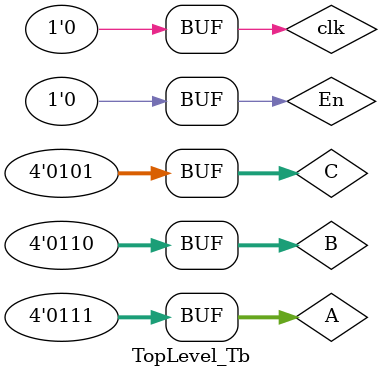
<source format=v>
`timescale 1ns / 1ps

module TopLevel_Tb();
    reg [3:0] A;
    reg [3:0] B;
    reg [3:0] C;
    reg En;
    wire [6:0] P;
    wire EnA;
    wire EnB;
    wire EnC;
    wire EnD;
    reg clk;
    topLevelModule Il(A, B, C, En, P, EnA, EnB, EnC, EnD, clk);
    
    initial
    begin
    clk = 1'b0;
    En = 1'b0; A = 4'b0111; B = 4'b0110; C = 4'b0101;
    end
endmodule

</source>
